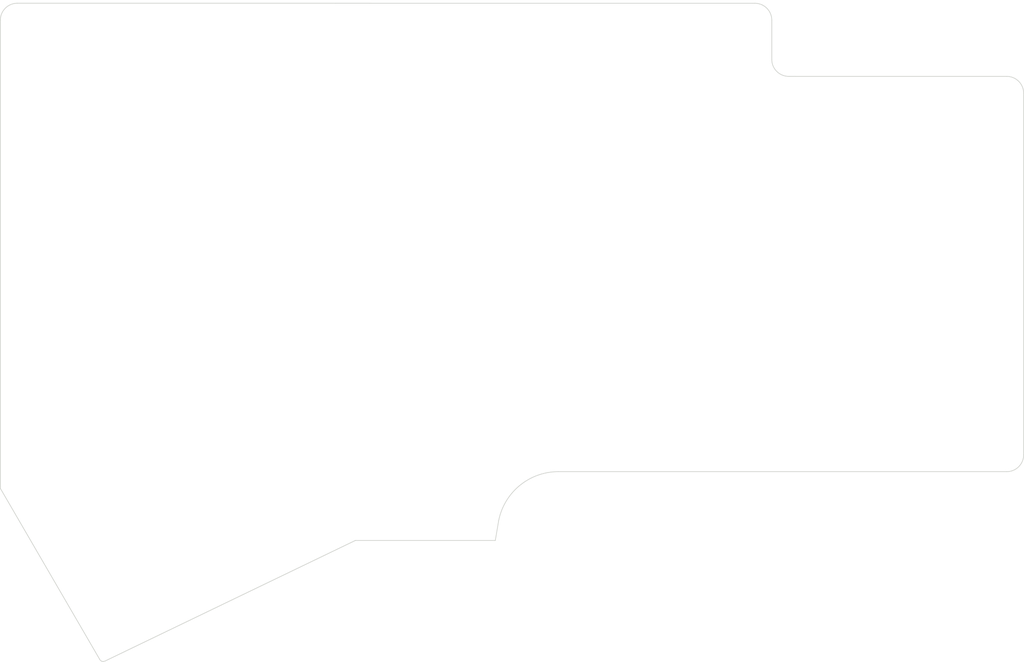
<source format=kicad_pcb>
(kicad_pcb (version 20221018) (generator pcbnew)
  (layers (0 "F.Cu" signal) (31 "B.Cu" signal) (34 "B.Paste" user) (35 "F.Paste" user) (36 "B.SilkS" user "B.Silkscreen") (37 "F.SilkS" user "F.Silkscreen") (38 "B.Mask" user) (39 "F.Mask" user) (44 "Edge.Cuts" user))
  (net 0 "")
  (footprint "MountingHole:MountingHole_3.5mm" (layer "F.Cu") (at 134.69 122.74)
    (fp_text reference "H2" hide)
    (fp_text value "Mounting_Hole" hide)
    (pad "" np_thru_hole circle (at 0 0) (size 3.5 3.5) (drill 3.5) (layers "*.Cu" "*.Mask"))
  )
  (footprint "MountingHole:MountingHole_3.5mm" (layer "F.Cu") (at 113.33 60.03)
    (fp_text reference "H1" hide)
    (fp_text value "Mounting_Hole" hide)
    (pad "" np_thru_hole circle (at 0 0) (size 3.5 3.5) (drill 3.5) (layers "*.Cu" "*.Mask"))
  )
  (footprint "MountingHole:MountingHole_3.5mm" (layer "F.Cu") (at 90.89 123.49)
    (fp_text reference "H5" hide)
    (fp_text value "Mounting_Hole" hide)
    (pad "" np_thru_hole circle (at 0 0) (size 3.5 3.5) (drill 3.5) (layers "*.Cu" "*.Mask"))
  )
  (footprint "MountingHole:MountingHole_3.5mm" (layer "F.Cu") (at 75.91 96.5)
    (fp_text reference "H6" hide)
    (fp_text value "Mounting_Hole" hide)
    (pad "" np_thru_hole circle (at 0 0) (size 3.5 3.5) (drill 3.5) (layers "*.Cu" "*.Mask"))
  )
  (footprint "MountingHole:MountingHole_3.5mm" (layer "F.Cu") (at 188.43 85)
    (fp_text reference "H4" hide)
    (fp_text value "Mounting_Hole" hide)
    (pad "" np_thru_hole circle (at 0 0) (size 3.5 3.5) (drill 3.5) (layers "*.Cu" "*.Mask"))
  )
  (footprint "MountingHole:MountingHole_3.5mm" (layer "F.Cu") (at 94.06 96.5)
    (fp_text reference "H7" hide)
    (fp_text value "Mounting_Hole" hide)
    (pad "" np_thru_hole circle (at 0 0) (size 3.5 3.5) (drill 3.5) (layers "*.Cu" "*.Mask"))
  )
  (footprint "MountingHole:MountingHole_3.5mm" (layer "F.Cu") (at 188.49 102.48)
    (fp_text reference "H3" hide)
    (fp_text value "Mounting_Hole" hide)
    (pad "" np_thru_hole circle (at 0 0) (size 3.5 3.5) (drill 3.5) (layers "*.Cu" "*.Mask"))
  )
  (gr_line (start 68.17 122.9) (end 81.72 146.22) (stroke (width 0.1)) (layer "Edge.Cuts"))
  (gr_line (start 135.705877 130) (end 136.16 127.31) (stroke (width 0.1)) (layer "Edge.Cuts"))
  (gr_line (start 116.61 130) (end 135.705877 130) (stroke (width 0.1)) (layer "Edge.Cuts"))
  (gr_line (start 207.800128 118.303038) (end 207.800019 68.986962) (stroke (width 0.1)) (layer "Edge.Cuts"))
  (gr_arc (start 171.11 56.699999) (mid 172.749891 57.373034) (end 173.430019 59.009997) (stroke (width 0.1)) (layer "Edge.Cuts"))
  (gr_line (start 173.430019 59.009997) (end 173.43 64.363037) (stroke (width 0.1)) (layer "Edge.Cuts"))
  (gr_line (start 82.4479 146.455968) (end 116.61 130) (stroke (width 0.1)) (layer "Edge.Cuts"))
  (gr_line (start 144.31 120.612498) (end 205.480109 120.613036) (stroke (width 0.1)) (layer "Edge.Cuts"))
  (gr_arc (start 205.48 66.676964) (mid 207.119892 67.35) (end 207.800019 68.986962) (stroke (width 0.1)) (layer "Edge.Cuts"))
  (gr_arc (start 136.160001 127.31) (mid 139.035556 122.50168) (end 144.31 120.612498) (stroke (width 0.1)) (layer "Edge.Cuts"))
  (gr_line (start 205.48 66.676964) (end 175.750019 66.673035) (stroke (width 0.1)) (layer "Edge.Cuts"))
  (gr_line (start 171.11 56.699999) (end 70.489891 56.696964) (stroke (width 0.1)) (layer "Edge.Cuts"))
  (gr_arc (start 68.169873 59.006963) (mid 68.85 57.37) (end 70.489892 56.696965) (stroke (width 0.1)) (layer "Edge.Cuts"))
  (gr_line (start 68.169872 59.006962) (end 68.17 122.9) (stroke (width 0.1)) (layer "Edge.Cuts"))
  (gr_arc (start 175.750019 66.673035) (mid 174.110128 66) (end 173.43 64.363037) (stroke (width 0.1)) (layer "Edge.Cuts"))
  (gr_arc (start 82.4479 146.455968) (mid 82.034507 146.490502) (end 81.72 146.22) (stroke (width 0.1)) (layer "Edge.Cuts"))
  (gr_arc (start 207.800128 118.303038) (mid 207.12 119.94) (end 205.480109 120.613036) (stroke (width 0.1)) (layer "Edge.Cuts"))
)
</source>
